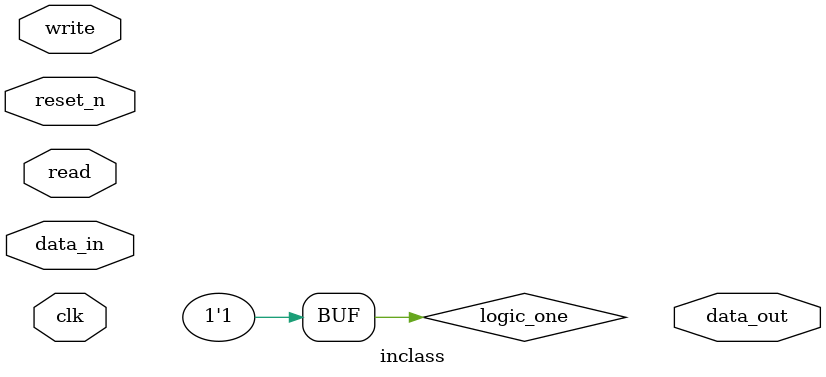
<source format=sv>
module inclass (
       input  clk,           // clock input
       input  reset_n,       // reset async active low
       input  read,          // read signal 
       input  write,         // write signal
       input  [7:0] data_in, // data input 
       output [7:0] data_out // data output 
       );

//declare internal signals
  wire [2:0] address;   //output of counter 
  wire ram_wr;          //write line to fifo
  wire ram_rd;          //read line to fifo
  wire logic_one;       //read line to fifo

  assign logic_one = 1'b1;    //pullup to logic one

//-----------------  module instantiations  --------------------------
  counter #(.width(3)) counter_0(   //this is a three bit counter
  .clk           (),
  .reset_n       (),
  .enable        (),
  .up            (),
  .down          (),
  .count_out     ());

//instantiate the ram here. 
//at least two ways to do it. 

//instantaiate logic_blk here


//--------------------------------------------------------------------
endmodule


</source>
